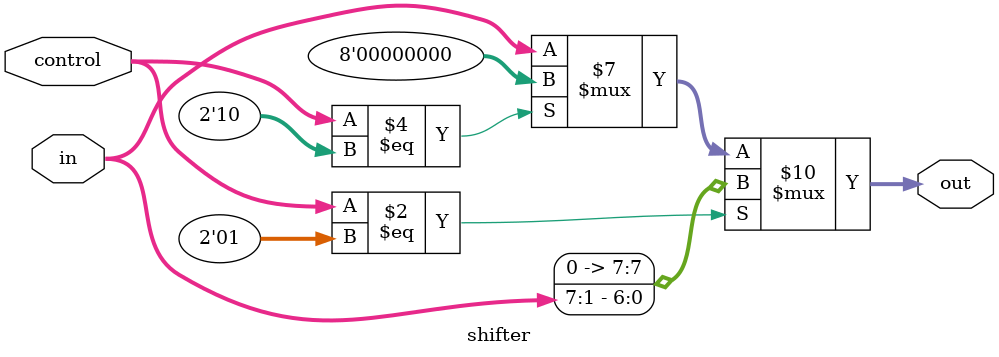
<source format=v>
module shifter #(parameter WORD_WIDTH = 8) (in,control,out);
  input [WORD_WIDTH-1 : 0] in;
  input [1:0] control;
  output reg [WORD_WIDTH-1:0] out; 
  
  always @ (*)
  begin
    /*(*full_case,parallel_case*)
    case(control)
      2'b10 : out <= in<<1;
      2'b01 : out <= in>>1;
      default   :  out <= in;
    endcase
    */ 
    if(control==2'b01)
      out <= in>>>1;    //right_shift
    else if(control==2'b10)
      out <= in<<8;   //left_shift
    else
      out <= in;
  end
endmodule
</source>
